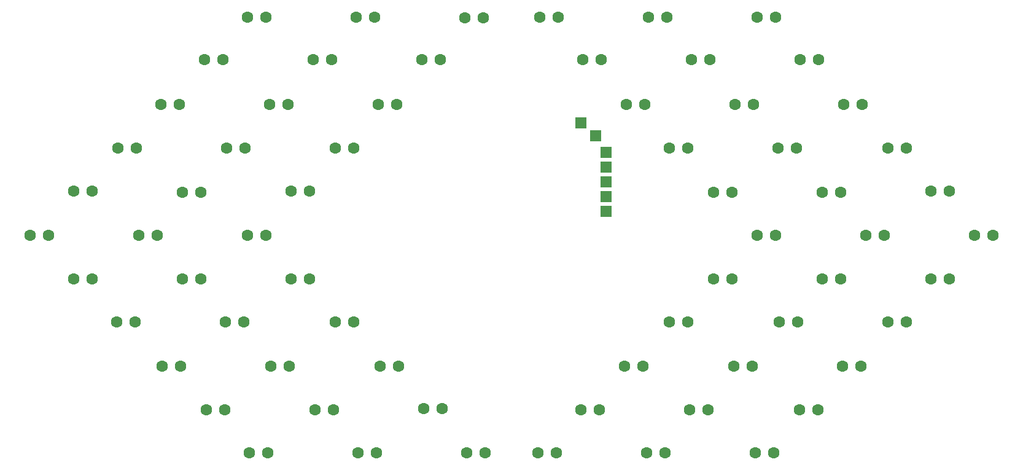
<source format=gtp>
%TF.GenerationSoftware,KiCad,Pcbnew,5.1.7-a382d34a8~87~ubuntu20.04.1*%
%TF.CreationDate,2020-10-15T10:11:22+03:00*%
%TF.ProjectId,BL_PCB_latest,424c5f50-4342-45f6-9c61-746573742e6b,rev?*%
%TF.SameCoordinates,Original*%
%TF.FileFunction,Paste,Top*%
%TF.FilePolarity,Positive*%
%FSLAX46Y46*%
G04 Gerber Fmt 4.6, Leading zero omitted, Abs format (unit mm)*
G04 Created by KiCad (PCBNEW 5.1.7-a382d34a8~87~ubuntu20.04.1) date 2020-10-15 10:11:22*
%MOMM*%
%LPD*%
G01*
G04 APERTURE LIST*
%ADD10R,1.524000X1.524000*%
%ADD11C,1.600000*%
G04 APERTURE END LIST*
D10*
%TO.C,*%
X165989000Y-52959000D03*
%TD*%
%TO.C,*%
X165989000Y-54991000D03*
%TD*%
%TO.C,*%
X165989000Y-57023000D03*
%TD*%
%TO.C,*%
X165989000Y-59055000D03*
%TD*%
%TO.C,*%
X165989000Y-61087000D03*
%TD*%
%TO.C,*%
X162560000Y-48895000D03*
%TD*%
%TO.C,*%
X164592000Y-50673000D03*
%TD*%
D11*
%TO.C,LED30*%
X177292000Y-76327000D03*
X174752000Y-76327000D03*
%TD*%
%TO.C,LED23*%
X159385000Y-34290000D03*
X156845000Y-34290000D03*
%TD*%
%TO.C,LED24*%
X165354000Y-40132000D03*
X162814000Y-40132000D03*
%TD*%
%TO.C,LED25*%
X171323000Y-46355000D03*
X168783000Y-46355000D03*
%TD*%
%TO.C,LED26*%
X177292000Y-52324000D03*
X174752000Y-52324000D03*
%TD*%
%TO.C,LED27*%
X183388000Y-58420000D03*
X180848000Y-58420000D03*
%TD*%
%TO.C,LED28*%
X189357000Y-64389000D03*
X186817000Y-64389000D03*
%TD*%
%TO.C,LED29*%
X183388000Y-70358000D03*
X180848000Y-70358000D03*
%TD*%
%TO.C,LED31*%
X171069000Y-82423000D03*
X168529000Y-82423000D03*
%TD*%
%TO.C,LED32*%
X165100000Y-88392000D03*
X162560000Y-88392000D03*
%TD*%
%TO.C,LED33*%
X159131000Y-94361000D03*
X156591000Y-94361000D03*
%TD*%
%TO.C,LED34*%
X146812000Y-94361000D03*
X149352000Y-94361000D03*
%TD*%
%TO.C,LED35*%
X140843000Y-88265000D03*
X143383000Y-88265000D03*
%TD*%
%TO.C,LED36*%
X134874000Y-82423000D03*
X137414000Y-82423000D03*
%TD*%
%TO.C,LED37*%
X128651000Y-76327000D03*
X131191000Y-76327000D03*
%TD*%
%TO.C,LED38*%
X122555000Y-70358000D03*
X125095000Y-70358000D03*
%TD*%
%TO.C,LED39*%
X116586000Y-64389000D03*
X119126000Y-64389000D03*
%TD*%
%TO.C,LED40*%
X122555000Y-58293000D03*
X125095000Y-58293000D03*
%TD*%
%TO.C,LED41*%
X128651000Y-52324000D03*
X131191000Y-52324000D03*
%TD*%
%TO.C,LED42*%
X134620000Y-46355000D03*
X137160000Y-46355000D03*
%TD*%
%TO.C,LED43*%
X140589000Y-40132000D03*
X143129000Y-40132000D03*
%TD*%
%TO.C,LED44*%
X146558000Y-34417000D03*
X149098000Y-34417000D03*
%TD*%
%TO.C,LED45*%
X131826000Y-94361000D03*
X134366000Y-94361000D03*
%TD*%
%TO.C,LED46*%
X125857000Y-88392000D03*
X128397000Y-88392000D03*
%TD*%
%TO.C,LED47*%
X119761000Y-82423000D03*
X122301000Y-82423000D03*
%TD*%
%TO.C,LED48*%
X113538000Y-76327000D03*
X116078000Y-76327000D03*
%TD*%
%TO.C,LED49*%
X107569000Y-70358000D03*
X110109000Y-70358000D03*
%TD*%
%TO.C,LED50*%
X101600000Y-64389000D03*
X104140000Y-64389000D03*
%TD*%
%TO.C,LED51*%
X107569000Y-58420000D03*
X110109000Y-58420000D03*
%TD*%
%TO.C,LED52*%
X113665000Y-52324000D03*
X116205000Y-52324000D03*
%TD*%
%TO.C,LED53*%
X119634000Y-46355000D03*
X122174000Y-46355000D03*
%TD*%
%TO.C,LED54*%
X125603000Y-40132000D03*
X128143000Y-40132000D03*
%TD*%
%TO.C,LED55*%
X131572000Y-34290000D03*
X134112000Y-34290000D03*
%TD*%
%TO.C,LED56*%
X116840000Y-94361000D03*
X119380000Y-94361000D03*
%TD*%
%TO.C,LED57*%
X110871000Y-88392000D03*
X113411000Y-88392000D03*
%TD*%
%TO.C,LED58*%
X104775000Y-82423000D03*
X107315000Y-82423000D03*
%TD*%
%TO.C,LED59*%
X98552000Y-76327000D03*
X101092000Y-76327000D03*
%TD*%
%TO.C,LED60*%
X92583000Y-70358000D03*
X95123000Y-70358000D03*
%TD*%
%TO.C,LED61*%
X86614000Y-64389000D03*
X89154000Y-64389000D03*
%TD*%
%TO.C,LED62*%
X92583000Y-58293000D03*
X95123000Y-58293000D03*
%TD*%
%TO.C,LED63*%
X98679000Y-52324000D03*
X101219000Y-52324000D03*
%TD*%
%TO.C,LED64*%
X104648000Y-46355000D03*
X107188000Y-46355000D03*
%TD*%
%TO.C,LED65*%
X110617000Y-40132000D03*
X113157000Y-40132000D03*
%TD*%
%TO.C,LED66*%
X116586000Y-34290000D03*
X119126000Y-34290000D03*
%TD*%
%TO.C,LED7*%
X213360000Y-70358000D03*
X210820000Y-70358000D03*
%TD*%
%TO.C,LED2*%
X195326000Y-40132000D03*
X192786000Y-40132000D03*
%TD*%
%TO.C,LED10*%
X195199000Y-88392000D03*
X192659000Y-88392000D03*
%TD*%
%TO.C,LED9*%
X201168000Y-82423000D03*
X198628000Y-82423000D03*
%TD*%
%TO.C,LED8*%
X207391000Y-76327000D03*
X204851000Y-76327000D03*
%TD*%
%TO.C,LED11*%
X189103000Y-94361000D03*
X186563000Y-94361000D03*
%TD*%
%TO.C,LED6*%
X219329000Y-64389000D03*
X216789000Y-64389000D03*
%TD*%
%TO.C,LED5*%
X213360000Y-58293000D03*
X210820000Y-58293000D03*
%TD*%
%TO.C,LED4*%
X207391000Y-52324000D03*
X204851000Y-52324000D03*
%TD*%
%TO.C,LED3*%
X201295000Y-46355000D03*
X198755000Y-46355000D03*
%TD*%
%TO.C,LED1*%
X189357000Y-34290000D03*
X186817000Y-34290000D03*
%TD*%
%TO.C,LED12*%
X174117000Y-94361000D03*
X171577000Y-94361000D03*
%TD*%
%TO.C,LED13*%
X180086000Y-88392000D03*
X177546000Y-88392000D03*
%TD*%
%TO.C,LED14*%
X186182000Y-82423000D03*
X183642000Y-82423000D03*
%TD*%
%TO.C,LED15*%
X192405000Y-76327000D03*
X189865000Y-76327000D03*
%TD*%
%TO.C,LED16*%
X198374000Y-70358000D03*
X195834000Y-70358000D03*
%TD*%
%TO.C,LED17*%
X204343000Y-64389000D03*
X201803000Y-64389000D03*
%TD*%
%TO.C,LED18*%
X198374000Y-58420000D03*
X195834000Y-58420000D03*
%TD*%
%TO.C,LED19*%
X192278000Y-52324000D03*
X189738000Y-52324000D03*
%TD*%
%TO.C,LED20*%
X186309000Y-46355000D03*
X183769000Y-46355000D03*
%TD*%
%TO.C,LED21*%
X180340000Y-40132000D03*
X177800000Y-40132000D03*
%TD*%
%TO.C,LED22*%
X174371000Y-34290000D03*
X171831000Y-34290000D03*
%TD*%
M02*

</source>
